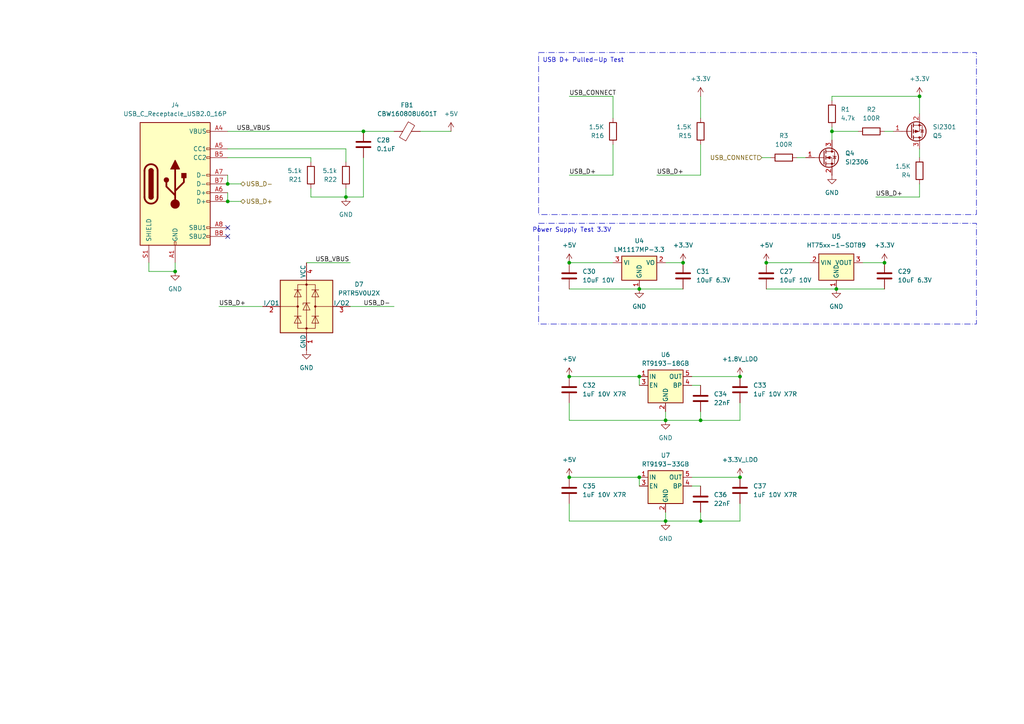
<source format=kicad_sch>
(kicad_sch (version 20231120) (generator "eeschema") (generator_version "8.0")
  (paper "A4")
  (title_block (title "DapLink_STM32F103CBT6") (date "2024-07-01") (company "roger225 Roger Jhang"))
  (lib_symbols
    (symbol "Connector:USB_C_Receptacle_USB2.0_16P" (pin_names (offset 1.016))
      (property "Reference" "J" (at 0 22.225 0))
      (property "Value" "USB_C_Receptacle_USB2.0_16P" (at 0 19.685 0))
      (symbol "USB_C_Receptacle_USB2.0_16P_0_0"
        (rectangle (start -0.254 -17.78) (end 0.254 -16.764))
        (rectangle (start 10.16 -14.986) (end 9.144 -15.494))
        (rectangle (start 10.16 -12.446) (end 9.144 -12.954))
        (rectangle (start 10.16 -4.826) (end 9.144 -5.334))
        (rectangle (start 10.16 -2.286) (end 9.144 -2.794))
        (rectangle (start 10.16 0.254) (end 9.144 -0.254))
        (rectangle (start 10.16 2.794) (end 9.144 2.286))
        (rectangle (start 10.16 7.874) (end 9.144 7.366))
        (rectangle (start 10.16 10.414) (end 9.144 9.906))
        (rectangle (start 10.16 15.494) (end 9.144 14.986))
      )
      (symbol "USB_C_Receptacle_USB2.0_16P_0_1"
        (rectangle (start -10.16 17.78) (end 10.16 -17.78) (stroke (width 0.254)) (fill (type background)))
        (arc (start -8.89 -3.81) (mid -6.985 -5.7067) (end -5.08 -3.81) (stroke (width 0.508)))
        (arc (start -7.62 -3.81) (mid -6.985 -4.4423) (end -6.35 -3.81) (stroke (width 0.254)))
        (arc (start -7.62 -3.81) (mid -6.985 -4.4423) (end -6.35 -3.81) (stroke (width 0.254)) (fill (type outline)))
        (rectangle (start -7.62 -3.81) (end -6.35 3.81) (stroke (width 0.254)) (fill (type outline)))
        (arc (start -6.35 3.81) (mid -6.985 4.4423) (end -7.62 3.81) (stroke (width 0.254)))
        (arc (start -6.35 3.81) (mid -6.985 4.4423) (end -7.62 3.81) (stroke (width 0.254)) (fill (type outline)))
        (arc (start -5.08 3.81) (mid -6.985 5.7067) (end -8.89 3.81) (stroke (width 0.508)))
        (circle (center -2.54 1.143) (radius 0.635) (stroke (width 0.254)) (fill (type outline)))
        (circle (center 0 -5.842) (radius 1.27) (fill (type outline)))
        (polyline (pts (xy -8.89 -3.81) (xy -8.89 3.81)) (stroke (width 0.508)))
        (polyline (pts (xy -5.08 3.81) (xy -5.08 -3.81)) (stroke (width 0.508)))
        (polyline (pts (xy 0 -5.842) (xy 0 4.318)) (stroke (width 0.508)))
        (polyline (pts (xy 0 -3.302) (xy -2.54 -0.762) (xy -2.54 0.508)) (stroke (width 0.508)))
        (polyline (pts (xy 0 -2.032) (xy 2.54 0.508) (xy 2.54 1.778)) (stroke (width 0.508)))
        (polyline (pts (xy -1.27 4.318) (xy 0 6.858) (xy 1.27 4.318) (xy -1.27 4.318)) (stroke (width 0.254)) (fill (type outline)))
        (rectangle (start 1.905 1.778) (end 3.175 3.048) (stroke (width 0.254)) (fill (type outline)))
      )
      (symbol "USB_C_Receptacle_USB2.0_16P_1_1"
        (pin passive line (at 0 -22.86 90) (length 5.08) (name "GND") (number "A1"))
        (pin passive line (at 0 -22.86 90) (length 5.08) hide (name "GND") (number "A12"))
        (pin passive line (at 15.24 15.24 180) (length 5.08) (name "VBUS") (number "A4"))
        (pin bidirectional line (at 15.24 10.16 180) (length 5.08) (name "CC1") (number "A5"))
        (pin bidirectional line (at 15.24 -2.54 180) (length 5.08) (name "D+") (number "A6"))
        (pin bidirectional line (at 15.24 2.54 180) (length 5.08) (name "D-") (number "A7"))
        (pin bidirectional line (at 15.24 -12.7 180) (length 5.08) (name "SBU1") (number "A8"))
        (pin passive line (at 15.24 15.24 180) (length 5.08) hide (name "VBUS") (number "A9"))
        (pin passive line (at 0 -22.86 90) (length 5.08) hide (name "GND") (number "B1"))
        (pin passive line (at 0 -22.86 90) (length 5.08) hide (name "GND") (number "B12"))
        (pin passive line (at 15.24 15.24 180) (length 5.08) hide (name "VBUS") (number "B4"))
        (pin bidirectional line (at 15.24 7.62 180) (length 5.08) (name "CC2") (number "B5"))
        (pin bidirectional line (at 15.24 -5.08 180) (length 5.08) (name "D+") (number "B6"))
        (pin bidirectional line (at 15.24 0 180) (length 5.08) (name "D-") (number "B7"))
        (pin bidirectional line (at 15.24 -15.24 180) (length 5.08) (name "SBU2") (number "B8"))
        (pin passive line (at 15.24 15.24 180) (length 5.08) hide (name "VBUS") (number "B9"))
        (pin passive line (at -7.62 -22.86 90) (length 5.08) (name "SHIELD") (number "S1"))
      )
    )
    (symbol "Device:C" (pin_numbers hide) (pin_names (offset 0.254))
      (property "Reference" "C" (at 0.635 2.54 0))
      (property "Value" "C" (at 0.635 -2.54 0))
      (symbol "C_0_1"
        (polyline (pts (xy -2.032 -0.762) (xy 2.032 -0.762)) (stroke (width 0.508)))
        (polyline (pts (xy -2.032 0.762) (xy 2.032 0.762)) (stroke (width 0.508)))
      )
      (symbol "C_1_1"
        (pin passive line (at 0 3.81 270) (length 2.794) (name "~") (number "1"))
        (pin passive line (at 0 -3.81 90) (length 2.794) (name "~") (number "2"))
      )
    )
    (symbol "Device:FerriteBead" (pin_numbers hide) (pin_names (offset 0))
      (property "Reference" "FB" (at -3.81 0.635 90))
      (property "Value" "FerriteBead" (at 3.81 0 90))
      (symbol "FerriteBead_0_1"
        (polyline (pts (xy 0 -1.27) (xy 0 -1.2192)))
        (polyline (pts (xy 0 1.27) (xy 0 1.2954)))
        (polyline (pts (xy -2.7686 0.4064) (xy -1.7018 2.2606) (xy 2.7686 -0.3048) (xy 1.6764 -2.159) (xy -2.7686 0.4064)))
      )
      (symbol "FerriteBead_1_1"
        (pin passive line (at 0 3.81 270) (length 2.54) (name "~") (number "1"))
        (pin passive line (at 0 -3.81 90) (length 2.54) (name "~") (number "2"))
      )
    )
    (symbol "Device:R" (pin_numbers hide) (pin_names (offset 0))
      (property "Reference" "R" (at 2.032 0 90))
      (property "Value" "R" (at 0 0 90))
      (symbol "R_0_1"
        (rectangle (start -1.016 -2.54) (end 1.016 2.54) (stroke (width 0.254)))
      )
      (symbol "R_1_1"
        (pin passive line (at 0 3.81 270) (length 1.27) (name "~") (number "1"))
        (pin passive line (at 0 -3.81 90) (length 1.27) (name "~") (number "2"))
      )
    )
    (symbol "GND_1" (power) (pin_numbers hide) (pin_names (offset 0) hide)
      (property "Value" "GND" (at 0 -3.81 0))
      (symbol "GND_1_0_1"
        (polyline (pts (xy 0 0) (xy 0 -1.27) (xy 1.27 -1.27) (xy 0 -2.54) (xy -1.27 -1.27) (xy 0 -1.27)))
      )
      (symbol "GND_1_1_1"
        (pin power_in line (at 0 0 270) (length 0) (name "~") (number "1"))
      )
    )
    (symbol "Power_Protection:PRTR5V0U2X" (pin_names (offset 0))
      (property "Reference" "D" (at 2.794 8.636 0))
      (property "Value" "PRTR5V0U2X" (at 8.128 -9.398 0))
      (symbol "PRTR5V0U2X_0_1"
        (rectangle (start -7.62 -7.62) (end 7.62 7.62) (stroke (width 0.254)) (fill (type background)))
        (circle (center -2.54 0) (radius 0.254) (fill (type outline)))
        (rectangle (start -2.54 6.35) (end 2.54 -6.35))
        (circle (center 0 -6.35) (radius 0.254) (fill (type outline)))
        (polyline (pts (xy -2.54 0) (xy -7.62 0)))
        (polyline (pts (xy -1.524 -2.794) (xy -3.556 -2.794)))
        (polyline (pts (xy -1.524 4.826) (xy -3.556 4.826)))
        (polyline (pts (xy 0 -7.62) (xy 0 7.62)))
        (polyline (pts (xy 1.524 -2.794) (xy 3.556 -2.794)))
        (polyline (pts (xy 1.524 4.826) (xy 3.556 4.826)))
        (polyline (pts (xy 2.54 0) (xy 7.62 0)))
        (polyline (pts (xy 1.016 1.016) (xy -1.016 1.016) (xy -1.016 0.508)))
        (polyline (pts (xy -3.556 -4.826) (xy -1.524 -4.826) (xy -2.54 -2.794) (xy -3.556 -4.826)))
        (polyline (pts (xy -3.556 2.794) (xy -1.524 2.794) (xy -2.54 4.826) (xy -3.556 2.794)))
        (polyline (pts (xy -1.016 -1.016) (xy 1.016 -1.016) (xy 0 1.016) (xy -1.016 -1.016)))
        (polyline (pts (xy 3.556 -4.826) (xy 1.524 -4.826) (xy 2.54 -2.794) (xy 3.556 -4.826)))
        (polyline (pts (xy 3.556 2.794) (xy 1.524 2.794) (xy 2.54 4.826) (xy 3.556 2.794)))
        (circle (center 0 6.35) (radius 0.254) (fill (type outline)))
        (circle (center 2.54 0) (radius 0.254) (fill (type outline)))
      )
      (symbol "PRTR5V0U2X_1_1"
        (pin passive line (at 0 -12.7 90) (length 5.08) (name "GND") (number "1"))
        (pin passive line (at -12.7 0 0) (length 5.08) (name "I/O1") (number "2"))
        (pin passive line (at 12.7 0 180) (length 5.08) (name "I/O2") (number "3"))
        (pin passive line (at 0 12.7 270) (length 5.08) (name "VCC") (number "4"))
      )
    )
    (symbol "Regulator_Linear:AP131-18" (pin_names (offset 0.254))
      (property "Reference" "U" (at -3.81 5.715 0))
      (property "Value" "AP131-18" (at 0 5.715 0))
      (symbol "AP131-18_0_1"
        (rectangle (start -5.08 4.445) (end 5.08 -5.08) (stroke (width 0.254)) (fill (type background)))
      )
      (symbol "AP131-18_1_1"
        (pin power_in line (at -7.62 2.54 0) (length 2.54) (name "IN") (number "1"))
        (pin power_in line (at 0 -7.62 90) (length 2.54) (name "GND") (number "2"))
        (pin input line (at -7.62 0 0) (length 2.54) (name "EN") (number "3"))
        (pin input line (at 7.62 0 180) (length 2.54) (name "BP") (number "4"))
        (pin power_out line (at 7.62 2.54 180) (length 2.54) (name "OUT") (number "5"))
      )
    )
    (symbol "Regulator_Linear:AP131-33" (pin_names (offset 0.254))
      (property "Reference" "U" (at -3.81 5.715 0))
      (property "Value" "AP131-33" (at 0 5.715 0))
      (symbol "AP131-33_0_1"
        (rectangle (start -5.08 4.445) (end 5.08 -5.08) (stroke (width 0.254)) (fill (type background)))
      )
      (symbol "AP131-33_1_1"
        (pin power_in line (at -7.62 2.54 0) (length 2.54) (name "IN") (number "1"))
        (pin power_in line (at 0 -7.62 90) (length 2.54) (name "GND") (number "2"))
        (pin input line (at -7.62 0 0) (length 2.54) (name "EN") (number "3"))
        (pin input line (at 7.62 0 180) (length 2.54) (name "BP") (number "4"))
        (pin power_out line (at 7.62 2.54 180) (length 2.54) (name "OUT") (number "5"))
      )
    )
    (symbol "Regulator_Linear:HT75xx-1-SOT89"
      (property "Reference" "U" (at -5.08 -3.81 0))
      (property "Value" "HT75xx-1-SOT89" (at 0 6.35 0))
      (symbol "HT75xx-1-SOT89_0_1"
        (rectangle (start -5.08 5.08) (end 5.08 -2.54) (stroke (width 0.254)) (fill (type background)))
      )
      (symbol "HT75xx-1-SOT89_1_1"
        (pin power_in line (at 0 -5.08 90) (length 2.54) (name "GND") (number "1"))
        (pin power_in line (at -7.62 2.54 0) (length 2.54) (name "VIN") (number "2"))
        (pin power_out line (at 7.62 2.54 180) (length 2.54) (name "VOUT") (number "3"))
      )
    )
    (symbol "Regulator_Linear:LM1117MP-3.3"
      (property "Reference" "U" (at -3.81 3.175 0))
      (property "Value" "LM1117MP-3.3" (at 0 3.175 0))
      (symbol "LM1117MP-3.3_0_1"
        (rectangle (start -5.08 -5.08) (end 5.08 1.905) (stroke (width 0.254)) (fill (type background)))
      )
      (symbol "LM1117MP-3.3_1_1"
        (pin power_in line (at 0 -7.62 90) (length 2.54) (name "GND") (number "1"))
        (pin power_out line (at 7.62 0 180) (length 2.54) (name "VO") (number "2"))
        (pin power_in line (at -7.62 0 0) (length 2.54) (name "VI") (number "3"))
      )
    )
    (symbol "Transistor_FET:DMG2301L" (pin_names hide)
      (property "Reference" "Q" (at 5.08 1.905 0))
      (property "Value" "DMG2301L" (at 5.08 0 0))
      (symbol "DMG2301L_0_1"
        (polyline (pts (xy 0.254 0) (xy -2.54 0)))
        (polyline (pts (xy 0.254 1.905) (xy 0.254 -1.905)) (stroke (width 0.254)))
        (polyline (pts (xy 0.762 -1.27) (xy 0.762 -2.286)) (stroke (width 0.254)))
        (polyline (pts (xy 0.762 0.508) (xy 0.762 -0.508)) (stroke (width 0.254)))
        (polyline (pts (xy 0.762 2.286) (xy 0.762 1.27)) (stroke (width 0.254)))
        (polyline (pts (xy 2.54 2.54) (xy 2.54 1.778)))
        (polyline (pts (xy 2.54 -2.54) (xy 2.54 0) (xy 0.762 0)))
        (polyline (pts (xy 0.762 1.778) (xy 3.302 1.778) (xy 3.302 -1.778) (xy 0.762 -1.778)))
        (polyline (pts (xy 2.286 0) (xy 1.27 0.381) (xy 1.27 -0.381) (xy 2.286 0)) (fill (type outline)))
        (polyline (pts (xy 2.794 -0.508) (xy 2.921 -0.381) (xy 3.683 -0.381) (xy 3.81 -0.254)))
        (polyline (pts (xy 3.302 -0.381) (xy 2.921 0.254) (xy 3.683 0.254) (xy 3.302 -0.381)))
        (circle (center 1.651 0) (radius 2.794) (stroke (width 0.254)))
        (circle (center 2.54 -1.778) (radius 0.254) (fill (type outline)))
        (circle (center 2.54 1.778) (radius 0.254) (fill (type outline)))
      )
      (symbol "DMG2301L_1_1"
        (pin input line (at -5.08 0 0) (length 2.54) (name "G") (number "1"))
        (pin passive line (at 2.54 -5.08 90) (length 2.54) (name "S") (number "2"))
        (pin passive line (at 2.54 5.08 270) (length 2.54) (name "D") (number "3"))
      )
    )
    (symbol "Transistor_FET:ZXMN3A14F" (pin_names hide)
      (property "Reference" "Q" (at 5.08 1.905 0))
      (property "Value" "ZXMN3A14F" (at 5.08 0 0))
      (symbol "ZXMN3A14F_0_1"
        (polyline (pts (xy 0.254 0) (xy -2.54 0)))
        (polyline (pts (xy 0.254 1.905) (xy 0.254 -1.905)) (stroke (width 0.254)))
        (polyline (pts (xy 0.762 -1.27) (xy 0.762 -2.286)) (stroke (width 0.254)))
        (polyline (pts (xy 0.762 0.508) (xy 0.762 -0.508)) (stroke (width 0.254)))
        (polyline (pts (xy 0.762 2.286) (xy 0.762 1.27)) (stroke (width 0.254)))
        (polyline (pts (xy 2.54 2.54) (xy 2.54 1.778)))
        (polyline (pts (xy 2.54 -2.54) (xy 2.54 0) (xy 0.762 0)))
        (polyline (pts (xy 0.762 -1.778) (xy 3.302 -1.778) (xy 3.302 1.778) (xy 0.762 1.778)))
        (polyline (pts (xy 1.016 0) (xy 2.032 0.381) (xy 2.032 -0.381) (xy 1.016 0)) (fill (type outline)))
        (polyline (pts (xy 2.794 0.508) (xy 2.921 0.381) (xy 3.683 0.381) (xy 3.81 0.254)))
        (polyline (pts (xy 3.302 0.381) (xy 2.921 -0.254) (xy 3.683 -0.254) (xy 3.302 0.381)))
        (circle (center 1.651 0) (radius 2.794) (stroke (width 0.254)))
        (circle (center 2.54 -1.778) (radius 0.254) (fill (type outline)))
        (circle (center 2.54 1.778) (radius 0.254) (fill (type outline)))
      )
      (symbol "ZXMN3A14F_1_1"
        (pin input line (at -5.08 0 0) (length 2.54) (name "G") (number "1"))
        (pin passive line (at 2.54 -5.08 90) (length 2.54) (name "S") (number "2"))
        (pin passive line (at 2.54 5.08 270) (length 2.54) (name "D") (number "3"))
      )
    )
    (symbol "power:+1V8" (power) (pin_numbers hide) (pin_names (offset 0) hide)
      (property "Value" "+1V8" (at 0 3.556 0))
      (symbol "+1V8_0_1"
        (polyline (pts (xy -0.762 1.27) (xy 0 2.54)))
        (polyline (pts (xy 0 0) (xy 0 2.54)))
        (polyline (pts (xy 0 2.54) (xy 0.762 1.27)))
      )
      (symbol "+1V8_1_1"
        (pin power_in line (at 0 0 90) (length 0) (name "~") (number "1"))
      )
    )
    (symbol "power:+3.3V" (power) (pin_numbers hide) (pin_names (offset 0) hide)
      (property "Value" "+3.3V" (at 0 3.556 0))
      (symbol "+3.3V_0_1"
        (polyline (pts (xy -0.762 1.27) (xy 0 2.54)))
        (polyline (pts (xy 0 0) (xy 0 2.54)))
        (polyline (pts (xy 0 2.54) (xy 0.762 1.27)))
      )
      (symbol "+3.3V_1_1"
        (pin power_in line (at 0 0 90) (length 0) (name "~") (number "1"))
      )
    )
    (symbol "power:+5V" (power) (pin_numbers hide) (pin_names (offset 0) hide)
      (property "Value" "+5V" (at 0 3.556 0))
      (symbol "+5V_0_1"
        (polyline (pts (xy -0.762 1.27) (xy 0 2.54)))
        (polyline (pts (xy 0 0) (xy 0 2.54)))
        (polyline (pts (xy 0 2.54) (xy 0.762 1.27)))
      )
      (symbol "+5V_1_1"
        (pin power_in line (at 0 0 90) (length 0) (name "~") (number "1"))
      )
    )
  )
  (junction (at 203.2 151.13))
  (junction (at 185.42 83.82))
  (junction (at 100.33 57.15))
  (junction (at 105.41 38.1))
  (junction (at 165.1 138.43))
  (junction (at 266.7 27.94))
  (junction (at 66.04 53.34))
  (junction (at 198.12 76.2))
  (junction (at 193.04 151.13))
  (junction (at 203.2 121.92))
  (junction (at 185.42 138.43))
  (junction (at 185.42 109.22))
  (junction (at 256.54 76.2))
  (junction (at 242.57 83.82))
  (junction (at 214.63 138.43))
  (junction (at 222.25 76.2))
  (junction (at 66.04 58.42))
  (junction (at 165.1 76.2))
  (junction (at 165.1 109.22))
  (junction (at 193.04 121.92))
  (junction (at 241.3 38.1))
  (junction (at 50.8 78.74))
  (junction (at 214.63 109.22))
  (no_connect (at 66.04 66.04))
  (no_connect (at 66.04 68.58))
  (wire (pts (xy 190.5 50.8) (xy 203.2 50.8)))
  (wire (pts (xy 105.41 57.15) (xy 100.33 57.15)))
  (wire (pts (xy 266.7 53.34) (xy 266.7 57.15)))
  (wire (pts (xy 185.42 83.82) (xy 198.12 83.82)))
  (wire (pts (xy 200.66 111.76) (xy 203.2 111.76)))
  (wire (pts (xy 165.1 146.05) (xy 165.1 151.13)))
  (wire (pts (xy 100.33 43.18) (xy 100.33 46.99)))
  (wire (pts (xy 241.3 29.21) (xy 241.3 27.94)))
  (wire (pts (xy 242.57 83.82) (xy 256.54 83.82)))
  (wire (pts (xy 193.04 119.38) (xy 193.04 121.92)))
  (wire (pts (xy 203.2 151.13) (xy 214.63 151.13)))
  (wire (pts (xy 165.1 109.22) (xy 185.42 109.22)))
  (wire (pts (xy 266.7 43.18) (xy 266.7 45.72)))
  (wire (pts (xy 66.04 43.18) (xy 100.33 43.18)))
  (wire (pts (xy 66.04 50.8) (xy 66.04 53.34)))
  (wire (pts (xy 203.2 27.94) (xy 203.2 34.29)))
  (wire (pts (xy 100.33 54.61) (xy 100.33 57.15)))
  (wire (pts (xy 165.1 151.13) (xy 193.04 151.13)))
  (wire (pts (xy 193.04 121.92) (xy 203.2 121.92)))
  (wire (pts (xy 165.1 76.2) (xy 177.8 76.2)))
  (wire (pts (xy 66.04 45.72) (xy 90.17 45.72)))
  (wire (pts (xy 241.3 38.1) (xy 241.3 40.64)))
  (wire (pts (xy 66.04 38.1) (xy 105.41 38.1)))
  (wire (pts (xy 193.04 148.59) (xy 193.04 151.13)))
  (wire (pts (xy 105.41 45.72) (xy 105.41 57.15)))
  (wire (pts (xy 220.98 45.72) (xy 223.52 45.72)))
  (wire (pts (xy 177.8 27.94) (xy 177.8 34.29)))
  (wire (pts (xy 241.3 38.1) (xy 248.92 38.1)))
  (wire (pts (xy 222.25 76.2) (xy 234.95 76.2)))
  (wire (pts (xy 66.04 58.42) (xy 69.85 58.42)))
  (wire (pts (xy 214.63 116.84) (xy 214.63 121.92)))
  (wire (pts (xy 63.5 88.9) (xy 76.2 88.9)))
  (wire (pts (xy 241.3 36.83) (xy 241.3 38.1)))
  (wire (pts (xy 88.9 76.2) (xy 101.6 76.2)))
  (wire (pts (xy 185.42 138.43) (xy 185.42 140.97)))
  (wire (pts (xy 165.1 83.82) (xy 185.42 83.82)))
  (wire (pts (xy 165.1 50.8) (xy 177.8 50.8)))
  (wire (pts (xy 90.17 45.72) (xy 90.17 46.99)))
  (wire (pts (xy 200.66 140.97) (xy 203.2 140.97)))
  (wire (pts (xy 266.7 27.94) (xy 266.7 33.02)))
  (wire (pts (xy 177.8 41.91) (xy 177.8 50.8)))
  (wire (pts (xy 165.1 27.94) (xy 177.8 27.94)))
  (wire (pts (xy 165.1 121.92) (xy 193.04 121.92)))
  (wire (pts (xy 105.41 38.1) (xy 114.3 38.1)))
  (wire (pts (xy 101.6 88.9) (xy 114.3 88.9)))
  (wire (pts (xy 200.66 109.22) (xy 214.63 109.22)))
  (wire (pts (xy 203.2 119.38) (xy 203.2 121.92)))
  (wire (pts (xy 90.17 57.15) (xy 100.33 57.15)))
  (wire (pts (xy 222.25 83.82) (xy 242.57 83.82)))
  (wire (pts (xy 43.18 76.2) (xy 43.18 78.74)))
  (wire (pts (xy 165.1 138.43) (xy 185.42 138.43)))
  (wire (pts (xy 203.2 121.92) (xy 214.63 121.92)))
  (wire (pts (xy 66.04 55.88) (xy 66.04 58.42)))
  (wire (pts (xy 231.14 45.72) (xy 233.68 45.72)))
  (wire (pts (xy 90.17 54.61) (xy 90.17 57.15)))
  (wire (pts (xy 203.2 41.91) (xy 203.2 50.8)))
  (wire (pts (xy 250.19 76.2) (xy 256.54 76.2)))
  (wire (pts (xy 66.04 53.34) (xy 69.85 53.34)))
  (wire (pts (xy 203.2 148.59) (xy 203.2 151.13)))
  (wire (pts (xy 256.54 38.1) (xy 259.08 38.1)))
  (wire (pts (xy 193.04 151.13) (xy 203.2 151.13)))
  (wire (pts (xy 241.3 27.94) (xy 266.7 27.94)))
  (wire (pts (xy 200.66 138.43) (xy 214.63 138.43)))
  (wire (pts (xy 43.18 78.74) (xy 50.8 78.74)))
  (wire (pts (xy 185.42 109.22) (xy 185.42 111.76)))
  (wire (pts (xy 121.92 38.1) (xy 130.81 38.1)))
  (wire (pts (xy 193.04 76.2) (xy 198.12 76.2)))
  (wire (pts (xy 50.8 76.2) (xy 50.8 78.74)))
  (wire (pts (xy 165.1 116.84) (xy 165.1 121.92)))
  (wire (pts (xy 214.63 146.05) (xy 214.63 151.13)))
  (wire (pts (xy 254 57.15) (xy 266.7 57.15)))
  (rectangle (start 156.21 64.77) (end 283.21 93.98) (stroke (width 0) (type dash_dot)))
  (rectangle (start 156.21 15.24) (end 283.21 62.23) (stroke (width 0) (type dash_dot)))
  (text "Power Supply Test 3.3V" (at 165.862 66.802 0) (effects (font (size 1.27 1.27))))
  (text "USB D+ Pulled-Up Test" (at 169.164 17.526 0) (effects (font (size 1.27 1.27))))
  (label "USB_CONNECT" (at 165.1 27.94 0))
  (label "USB_D+" (at 63.5 88.9 0))
  (label "USB_D-" (at 105.41 88.9 0))
  (label "USB_D+" (at 165.1 50.8 0))
  (label "USB_D+" (at 190.5 50.8 0))
  (label "USB_VBUS" (at 68.58 38.1 0))
  (label "USB_D+" (at 254 57.15 0))
  (label "USB_VBUS" (at 91.44 76.2 0))
  (hierarchical_label "USB_D-" (shape bidirectional) (at 69.85 53.34 0))
  (hierarchical_label "USB_D+" (shape bidirectional) (at 69.85 58.42 0))
  (hierarchical_label "USB_CONNECT" (shape input) (at 220.98 45.72 180))
  (symbol (lib_id "power:+3.3V") (at 214.63 138.43 0) (unit 1)
    (property "Reference" "#PWR075" (effects (hide yes)))
    (property "Value" "+3.3V_LDO" (at 214.63 133.35 0))
    (property "Description" "Power symbol creates a global label with name \"+3.3V\"" (effects (hide yes)))
  )
  (symbol (lib_id "Transistor_FET:DMG2301L") (at 264.16 38.1 0) (mirror x) (unit 1)
    (property "Reference" "Q5" (at 270.51 39.3701 0) (effects (justify left)))
    (property "Value" "SI2301" (at 270.51 36.8301 0) (effects (justify left)))
    (property "Footprint" "Package_TO_SOT_SMD:SOT-23" (effects (hide yes)))
    (property "Datasheet" "https://www.mccsemi.com/pdf/Products/SI2301(SOT-23).pdf" (effects (hide yes)))
    (property "Description" "-2.8A Id, -20V Vds, +-8V Vgs, Rds 50mR, P-Channel MOSFET, SOT-23" (effects (hide yes)))
  )
  (symbol (lib_id "Regulator_Linear:LM1117MP-3.3") (at 185.42 76.2 0) (unit 1)
    (property "Reference" "U4" (at 185.42 69.85 0))
    (property "Value" "LM1117MP-3.3" (at 185.42 72.39 0))
    (property "Footprint" "Package_TO_SOT_SMD:SOT-223-3_TabPin2" (effects (hide yes)))
    (property "Datasheet" "http://www.ti.com/lit/ds/symlink/lm1117.pdf" (effects (hide yes)))
    (property "Description" "800mA Low-Dropout Linear Regulator, 3.3V fixed output, SOT-223" (effects (hide yes)))
  )
  (symbol (lib_id "Device:FerriteBead") (at 118.11 38.1 90) (unit 1)
    (property "Reference" "FB1" (at 118.0592 30.48 90))
    (property "Value" "CBW160808U601T" (at 118.0592 33.02 90))
    (property "Footprint" "Inductor_SMD:L_0603_1608Metric" (effects (hide yes)))
    (property "Description" "Ferrite bead 600R 1A" (effects (hide yes)))
  )
  (symbol (lib_id "Device:R") (at 90.17 50.8 180) (unit 1)
    (property "Reference" "R21" (at 87.63 52.0701 0) (effects (justify left)))
    (property "Value" "5.1k" (at 87.63 49.5301 0) (effects (justify left)))
    (property "Footprint" "Resistor_SMD:R_0805_2012Metric" (effects (hide yes)))
    (property "Description" "Resistor" (effects (hide yes)))
  )
  (symbol (lib_name "GND_1") (lib_id "power:GND") (at 50.8 78.74 0) (unit 1)
    (property "Reference" "#PWR072" (effects (hide yes)))
    (property "Value" "GND" (at 50.8 83.82 0))
    (property "Description" "Power symbol creates a global label with name \"GND\" , ground" (effects (hide yes)))
  )
  (symbol (lib_id "Device:C") (at 214.63 113.03 0) (unit 1)
    (property "Reference" "C33" (at 218.44 111.7599 0) (effects (justify left)))
    (property "Value" "1uF 10V X7R" (at 218.44 114.2999 0) (effects (justify left)))
    (property "Footprint" "Capacitor_SMD:C_1206_3216Metric" (effects (hide yes)))
    (property "Description" "Unpolarized capacitor" (effects (hide yes)))
  )
  (symbol (lib_id "Device:R") (at 177.8 38.1 180) (unit 1)
    (property "Reference" "R16" (at 175.26 39.3701 0) (effects (justify left)))
    (property "Value" "1.5K" (at 175.26 36.8301 0) (effects (justify left)))
    (property "Footprint" "Resistor_SMD:R_0805_2012Metric" (effects (hide yes)))
    (property "Description" "Resistor" (effects (hide yes)))
  )
  (symbol (lib_name "GND_1") (lib_id "power:GND") (at 88.9 101.6 0) (unit 1)
    (property "Reference" "#PWR074" (effects (hide yes)))
    (property "Value" "GND" (at 88.9 106.68 0))
    (property "Description" "Power symbol creates a global label with name \"GND\" , ground" (effects (hide yes)))
  )
  (symbol (lib_name "GND_1") (lib_id "power:GND") (at 241.3 50.8 0) (unit 1)
    (property "Reference" "#PWR01" (effects (hide yes)))
    (property "Value" "GND" (at 241.3 55.88 0))
    (property "Description" "Power symbol creates a global label with name \"GND\" , ground" (effects (hide yes)))
  )
  (symbol (lib_id "Device:C") (at 214.63 142.24 0) (unit 1)
    (property "Reference" "C37" (at 218.44 140.9699 0) (effects (justify left)))
    (property "Value" "1uF 10V X7R" (at 218.44 143.5099 0) (effects (justify left)))
    (property "Footprint" "Capacitor_SMD:C_1206_3216Metric" (effects (hide yes)))
    (property "Description" "Unpolarized capacitor" (effects (hide yes)))
  )
  (symbol (lib_id "power:+5V") (at 165.1 109.22 0) (unit 1)
    (property "Reference" "#PWR066" (effects (hide yes)))
    (property "Value" "+5V" (at 165.1 104.14 0))
    (property "Description" "Power symbol creates a global label with name \"+5V\"" (effects (hide yes)))
  )
  (symbol (lib_id "Regulator_Linear:HT75xx-1-SOT89") (at 242.57 78.74 0) (unit 1)
    (property "Reference" "U5" (at 242.57 68.58 0))
    (property "Value" "HT75xx-1-SOT89" (at 242.57 71.12 0))
    (property "Footprint" "Package_TO_SOT_SMD:SOT-89-3" (effects (hide yes)))
    (property "Datasheet" "https://www.holtek.com/documents/10179/116711/HT75xx-1v250.pdf" (effects (hide yes)))
    (property "Description" "100mA Low Dropout Voltage Regulator, Fixed Output, SOT89" (effects (hide yes)))
  )
  (symbol (lib_id "Device:R") (at 266.7 49.53 180) (unit 1)
    (property "Reference" "R4" (at 264.16 50.8001 0) (effects (justify left)))
    (property "Value" "1.5K" (at 264.16 48.2601 0) (effects (justify left)))
    (property "Footprint" "Resistor_SMD:R_0805_2012Metric" (effects (hide yes)))
    (property "Description" "Resistor" (effects (hide yes)))
  )
  (symbol (lib_id "Device:C") (at 105.41 41.91 0) (unit 1)
    (property "Reference" "C28" (at 109.22 40.6399 0) (effects (justify left)))
    (property "Value" "0.1uF" (at 109.22 43.1799 0) (effects (justify left)))
    (property "Footprint" "Capacitor_SMD:C_0805_2012Metric" (effects (hide yes)))
    (property "Description" "Unpolarized capacitor" (effects (hide yes)))
  )
  (symbol (lib_name "GND_1") (lib_id "power:GND") (at 193.04 151.13 0) (unit 1)
    (property "Reference" "#PWR073" (effects (hide yes)))
    (property "Value" "GND" (at 193.04 156.21 0))
    (property "Description" "Power symbol creates a global label with name \"GND\" , ground" (effects (hide yes)))
  )
  (symbol (lib_id "Device:C") (at 165.1 80.01 0) (unit 1)
    (property "Reference" "C30" (at 168.91 78.7399 0) (effects (justify left)))
    (property "Value" "10uF 10V" (at 168.91 81.2799 0) (effects (justify left)))
    (property "Footprint" "Capacitor_SMD:C_0805_2012Metric" (effects (hide yes)))
    (property "Description" "Unpolarized capacitor" (effects (hide yes)))
  )
  (symbol (lib_id "power:+5V") (at 130.81 38.1 0) (unit 1)
    (property "Reference" "#PWR071" (effects (hide yes)))
    (property "Value" "+5V" (at 130.81 33.02 0))
    (property "Description" "Power symbol creates a global label with name \"+5V\"" (effects (hide yes)))
  )
  (symbol (lib_id "Device:C") (at 165.1 113.03 0) (unit 1)
    (property "Reference" "C32" (at 168.91 111.7599 0) (effects (justify left)))
    (property "Value" "1uF 10V X7R" (at 168.91 114.2999 0) (effects (justify left)))
    (property "Footprint" "Capacitor_SMD:C_1206_3216Metric" (effects (hide yes)))
    (property "Description" "Unpolarized capacitor" (effects (hide yes)))
  )
  (symbol (lib_id "Connector:USB_C_Receptacle_USB2.0_16P") (at 50.8 53.34 0) (unit 1)
    (property "Reference" "J4" (at 50.8 30.48 0))
    (property "Value" "USB_C_Receptacle_USB2.0_16P" (at 50.8 33.02 0))
    (property "Footprint" "Connector_USB:USB_C_Receptacle_G-Switch_GT-USB-7010ASV" (effects (hide yes)))
    (property "Datasheet" "https://www.usb.org/sites/default/files/documents/usb_type-c.zip" (effects (hide yes)))
    (property "Description" "USB 2.0-only 16P Type-C Receptacle connector" (effects (hide yes)))
  )
  (symbol (lib_id "power:+5V") (at 165.1 138.43 0) (unit 1)
    (property "Reference" "#PWR067" (effects (hide yes)))
    (property "Value" "+5V" (at 165.1 133.35 0))
    (property "Description" "Power symbol creates a global label with name \"+5V\"" (effects (hide yes)))
  )
  (symbol (lib_id "Device:C") (at 203.2 115.57 0) (unit 1)
    (property "Reference" "C34" (at 207.01 114.2999 0) (effects (justify left)))
    (property "Value" "22nF" (at 207.01 116.8399 0) (effects (justify left)))
    (property "Footprint" "Capacitor_SMD:C_0805_2012Metric" (effects (hide yes)))
    (property "Description" "Unpolarized capacitor" (effects (hide yes)))
  )
  (symbol (lib_id "Device:C") (at 198.12 80.01 0) (unit 1)
    (property "Reference" "C31" (at 201.93 78.7399 0) (effects (justify left)))
    (property "Value" "10uF 6.3V" (at 201.93 81.2799 0) (effects (justify left)))
    (property "Footprint" "Capacitor_SMD:C_0805_2012Metric" (effects (hide yes)))
    (property "Description" "Unpolarized capacitor" (effects (hide yes)))
  )
  (symbol (lib_id "power:+3.3V") (at 203.2 27.94 0) (unit 1)
    (property "Reference" "#PWR068" (effects (hide yes)))
    (property "Value" "+3.3V" (at 203.2 22.86 0))
    (property "Description" "Power symbol creates a global label with name \"+3.3V\"" (effects (hide yes)))
  )
  (symbol (lib_name "GND_1") (lib_id "power:GND") (at 242.57 83.82 0) (unit 1)
    (property "Reference" "#PWR03" (effects (hide yes)))
    (property "Value" "GND" (at 242.57 88.9 0))
    (property "Description" "Power symbol creates a global label with name \"GND\" , ground" (effects (hide yes)))
  )
  (symbol (lib_id "power:+1V8") (at 214.63 109.22 0) (unit 1)
    (property "Reference" "#PWR076" (effects (hide yes)))
    (property "Value" "+1.8V_LDO" (at 214.63 104.14 0))
    (property "Description" "Power symbol creates a global label with name \"+1V8\"" (effects (hide yes)))
  )
  (symbol (lib_id "Regulator_Linear:AP131-33") (at 193.04 140.97 0) (unit 1)
    (property "Reference" "U7" (at 193.04 132.08 0))
    (property "Value" "RT9193-33GB" (at 193.04 134.62 0))
    (property "Footprint" "Package_TO_SOT_SMD:SOT-23-5" (effects (hide yes)))
    (property "Datasheet" "https://www.richtek.com/assets/product_file/RT9193/DS9193-18.pdf" (effects (hide yes)))
    (property "Description" "300mA, Ultra-Low Noise, Ultra-Fast CMOS LDO Regulator, shutdown pin, 3.3V fixed positive output, SOT-23-5" (effects (hide yes)))
  )
  (symbol (lib_name "GND_1") (lib_id "power:GND") (at 100.33 57.15 0) (unit 1)
    (property "Reference" "#PWR070" (effects (hide yes)))
    (property "Value" "GND" (at 100.33 62.23 0))
    (property "Description" "Power symbol creates a global label with name \"GND\" , ground" (effects (hide yes)))
  )
  (symbol (lib_id "Device:C") (at 222.25 80.01 0) (unit 1)
    (property "Reference" "C27" (at 226.06 78.7399 0) (effects (justify left)))
    (property "Value" "10uF 10V" (at 226.06 81.2799 0) (effects (justify left)))
    (property "Footprint" "Capacitor_SMD:C_0805_2012Metric" (effects (hide yes)))
    (property "Description" "Unpolarized capacitor" (effects (hide yes)))
  )
  (symbol (lib_id "power:+3.3V") (at 256.54 76.2 0) (unit 1)
    (property "Reference" "#PWR064" (effects (hide yes)))
    (property "Value" "+3.3V" (at 256.54 71.12 0))
    (property "Description" "Power symbol creates a global label with name \"+3.3V\"" (effects (hide yes)))
  )
  (symbol (lib_id "Device:R") (at 100.33 50.8 180) (unit 1)
    (property "Reference" "R22" (at 97.79 52.0701 0) (effects (justify left)))
    (property "Value" "5.1k" (at 97.79 49.5301 0) (effects (justify left)))
    (property "Footprint" "Resistor_SMD:R_0805_2012Metric" (effects (hide yes)))
    (property "Description" "Resistor" (effects (hide yes)))
  )
  (symbol (lib_id "Device:C") (at 203.2 144.78 0) (unit 1)
    (property "Reference" "C36" (at 207.01 143.5099 0) (effects (justify left)))
    (property "Value" "22nF" (at 207.01 146.0499 0) (effects (justify left)))
    (property "Footprint" "Capacitor_SMD:C_0805_2012Metric" (effects (hide yes)))
    (property "Description" "Unpolarized capacitor" (effects (hide yes)))
  )
  (symbol (lib_id "power:+3.3V") (at 266.7 27.94 0) (unit 1)
    (property "Reference" "#PWR05" (effects (hide yes)))
    (property "Value" "+3.3V" (at 266.7 22.86 0))
    (property "Description" "Power symbol creates a global label with name \"+3.3V\"" (effects (hide yes)))
  )
  (symbol (lib_id "Device:C") (at 165.1 142.24 0) (unit 1)
    (property "Reference" "C35" (at 168.91 140.9699 0) (effects (justify left)))
    (property "Value" "1uF 10V X7R" (at 168.91 143.5099 0) (effects (justify left)))
    (property "Footprint" "Capacitor_SMD:C_1206_3216Metric" (effects (hide yes)))
    (property "Description" "Unpolarized capacitor" (effects (hide yes)))
  )
  (symbol (lib_id "Device:R") (at 203.2 38.1 180) (unit 1)
    (property "Reference" "R15" (at 200.66 39.3701 0) (effects (justify left)))
    (property "Value" "1.5K" (at 200.66 36.8301 0) (effects (justify left)))
    (property "Footprint" "Resistor_SMD:R_0805_2012Metric" (effects (hide yes)))
    (property "Description" "Resistor" (effects (hide yes)))
  )
  (symbol (lib_id "power:+5V") (at 222.25 76.2 0) (unit 1)
    (property "Reference" "#PWR062" (effects (hide yes)))
    (property "Value" "+5V" (at 222.25 71.12 0))
    (property "Description" "Power symbol creates a global label with name \"+5V\"" (effects (hide yes)))
  )
  (symbol (lib_id "power:+3.3V") (at 198.12 76.2 0) (unit 1)
    (property "Reference" "#PWR063" (effects (hide yes)))
    (property "Value" "+3.3V" (at 198.12 71.12 0))
    (property "Description" "Power symbol creates a global label with name \"+3.3V\"" (effects (hide yes)))
  )
  (symbol (lib_id "Device:R") (at 252.73 38.1 270) (unit 1)
    (property "Reference" "R2" (at 252.73 31.75 90))
    (property "Value" "100R" (at 252.73 34.29 90))
    (property "Footprint" "Resistor_SMD:R_0805_2012Metric" (effects (hide yes)))
    (property "Description" "Resistor" (effects (hide yes)))
  )
  (symbol (lib_name "GND_1") (lib_id "power:GND") (at 193.04 121.92 0) (unit 1)
    (property "Reference" "#PWR065" (effects (hide yes)))
    (property "Value" "GND" (at 193.04 127 0))
    (property "Description" "Power symbol creates a global label with name \"GND\" , ground" (effects (hide yes)))
  )
  (symbol (lib_id "power:+5V") (at 165.1 76.2 0) (unit 1)
    (property "Reference" "#PWR04" (effects (hide yes)))
    (property "Value" "+5V" (at 165.1 71.12 0))
    (property "Description" "Power symbol creates a global label with name \"+5V\"" (effects (hide yes)))
  )
  (symbol (lib_name "GND_1") (lib_id "power:GND") (at 185.42 83.82 0) (unit 1)
    (property "Reference" "#PWR02" (effects (hide yes)))
    (property "Value" "GND" (at 185.42 88.9 0))
    (property "Description" "Power symbol creates a global label with name \"GND\" , ground" (effects (hide yes)))
  )
  (symbol (lib_id "Device:R") (at 241.3 33.02 180) (unit 1)
    (property "Reference" "R1" (at 243.84 31.7499 0) (effects (justify right)))
    (property "Value" "4.7k" (at 243.84 34.2899 0) (effects (justify right)))
    (property "Footprint" "Resistor_SMD:R_0805_2012Metric" (effects (hide yes)))
    (property "Description" "Resistor" (effects (hide yes)))
  )
  (symbol (lib_id "Device:C") (at 256.54 80.01 0) (unit 1)
    (property "Reference" "C29" (at 260.35 78.7399 0) (effects (justify left)))
    (property "Value" "10uF 6.3V" (at 260.35 81.2799 0) (effects (justify left)))
    (property "Footprint" "Capacitor_SMD:C_0805_2012Metric" (effects (hide yes)))
    (property "Description" "Unpolarized capacitor" (effects (hide yes)))
  )
  (symbol (lib_id "Transistor_FET:ZXMN3A14F") (at 238.76 45.72 0) (unit 1)
    (property "Reference" "Q4" (at 245.11 44.4499 0) (effects (justify left)))
    (property "Value" "SI2306" (at 245.11 46.9899 0) (effects (justify left)))
    (property "Footprint" "Package_TO_SOT_SMD:SOT-23" (effects (hide yes)))
    (property "Datasheet" "https://www.mccsemi.com/pdf/Products/SI2306(SOT-23).pdf" (effects (hide yes)))
    (property "Description" "3.16A Id, 30V Vds, +-20V Vgs, Rds 38mR N-Channel MOSFET, SOT-23" (effects (hide yes)))
  )
  (symbol (lib_id "Power_Protection:PRTR5V0U2X") (at 88.9 88.9 0) (unit 1)
    (property "Reference" "D7" (at 104.14 82.4798 0))
    (property "Value" "PRTR5V0U2X" (at 104.14 85.0198 0))
    (property "Footprint" "Package_TO_SOT_SMD:SOT-143" (effects (hide yes)))
    (property "Datasheet" "https://assets.nexperia.com/documents/data-sheet/PRTR5V0U2X.pdf" (effects (hide yes)))
    (property "Description" "Ultra low capacitance double rail-to-rail ESD protection diode, SOT-143" (effects (hide yes)))
  )
  (symbol (lib_id "Regulator_Linear:AP131-18") (at 193.04 111.76 0) (unit 1)
    (property "Reference" "U6" (at 193.04 102.87 0))
    (property "Value" "RT9193-18GB" (at 193.04 105.41 0))
    (property "Footprint" "Package_TO_SOT_SMD:SOT-23-5" (effects (hide yes)))
    (property "Datasheet" "https://www.richtek.com/assets/product_file/RT9193/DS9193-18.pdf" (effects (hide yes)))
    (property "Description" "300mA, Ultra-Low Noise, Ultra-Fast CMOS LDO Regulator, shutdown pin, 1.8V fixed positive output, SOT-23-5" (effects (hide yes)))
  )
  (symbol (lib_id "Device:R") (at 227.33 45.72 270) (unit 1)
    (property "Reference" "R3" (at 227.33 39.37 90))
    (property "Value" "100R" (at 227.33 41.91 90))
    (property "Footprint" "Resistor_SMD:R_0805_2012Metric" (effects (hide yes)))
    (property "Description" "Resistor" (effects (hide yes)))
  )
)
</source>
